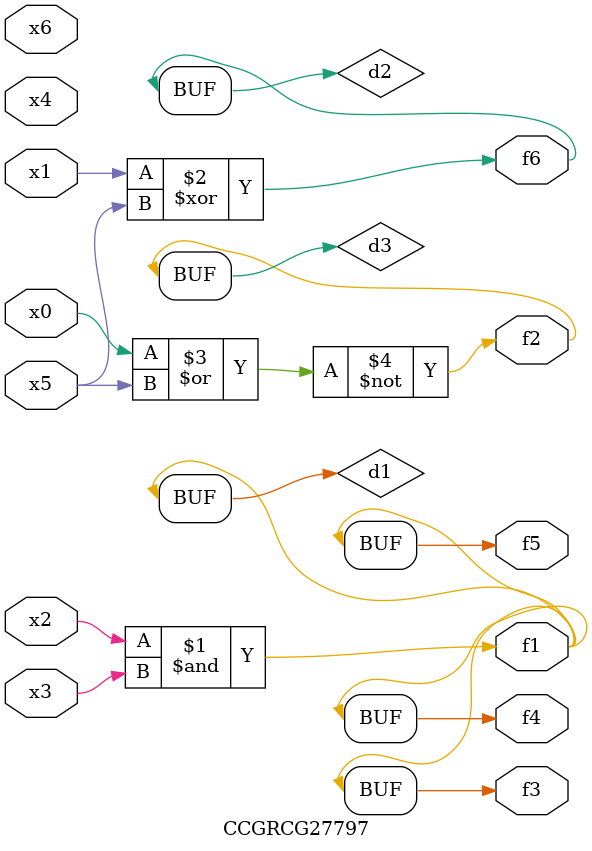
<source format=v>
module CCGRCG27797(
	input x0, x1, x2, x3, x4, x5, x6,
	output f1, f2, f3, f4, f5, f6
);

	wire d1, d2, d3;

	and (d1, x2, x3);
	xor (d2, x1, x5);
	nor (d3, x0, x5);
	assign f1 = d1;
	assign f2 = d3;
	assign f3 = d1;
	assign f4 = d1;
	assign f5 = d1;
	assign f6 = d2;
endmodule

</source>
